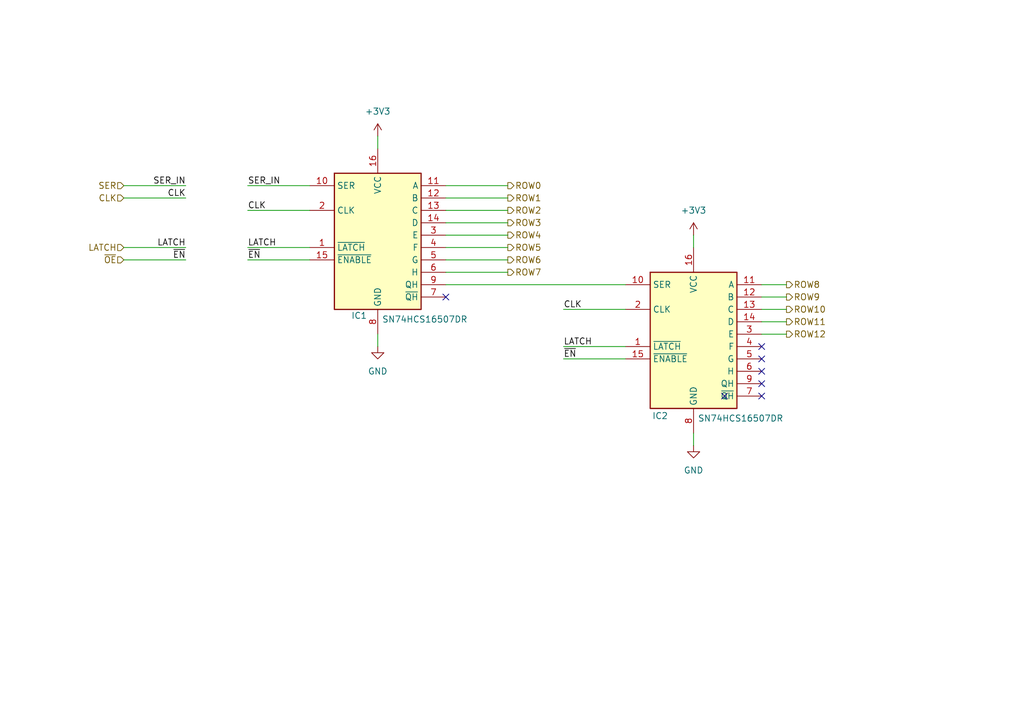
<source format=kicad_sch>
(kicad_sch (version 20231120) (generator "eeschema") (generator_version "8.0")
  (paper "A5")
  (lib_symbols
    (symbol "SN74HCS16507DR:SN74HCS16507DR"
      (property "Reference" "IC1" (at 10.16 -26.67 0))
      (property "Value" "SN74HCS16507DR" (at 23.622 -27.432 0))
      (symbol "SN74HCS16507DR_1_1"
        (rectangle (start 5.08 2.54) (end 22.86 -25.4) (stroke (width 0.254)) (fill (type background)))
        (pin passive line (at 0 -12.7 0) (length 5.08) (name "~{LATCH}") (number "1"))
        (pin passive line (at 0 0 0) (length 5.08) (name "SER") (number "10"))
        (pin passive line (at 27.94 0 180) (length 5.08) (name "A") (number "11"))
        (pin passive line (at 27.94 -2.54 180) (length 5.08) (name "B") (number "12"))
        (pin passive line (at 27.94 -5.08 180) (length 5.08) (name "C") (number "13"))
        (pin passive line (at 27.94 -7.62 180) (length 5.08) (name "D") (number "14"))
        (pin passive line (at 0 -15.24 0) (length 5.08) (name "~{ENABLE}") (number "15"))
        (pin passive line (at 13.97 7.62 270) (length 5.08) (name "VCC") (number "16"))
        (pin passive line (at 0 -5.08 0) (length 5.08) (name "CLK") (number "2"))
        (pin passive line (at 27.94 -10.16 180) (length 5.08) (name "E") (number "3"))
        (pin passive line (at 27.94 -12.7 180) (length 5.08) (name "F") (number "4"))
        (pin passive line (at 27.94 -15.24 180) (length 5.08) (name "G") (number "5"))
        (pin passive line (at 27.94 -17.78 180) (length 5.08) (name "H") (number "6"))
        (pin passive line (at 27.94 -22.86 180) (length 5.08) (name "~{QH}") (number "7"))
        (pin passive line (at 13.97 -30.48 90) (length 5.08) (name "GND") (number "8"))
        (pin passive line (at 27.94 -20.32 180) (length 5.08) (name "QH") (number "9"))
      )
    )
    (symbol "power:+3V3" (power) (pin_numbers hide) (pin_names (offset 0) hide)
      (property "Value" "+3V3" (at 0 3.556 0))
      (symbol "+3V3_0_1"
        (polyline (pts (xy -0.762 1.27) (xy 0 2.54)))
        (polyline (pts (xy 0 0) (xy 0 2.54)))
        (polyline (pts (xy 0 2.54) (xy 0.762 1.27)))
      )
      (symbol "+3V3_1_1"
        (pin power_in line (at 0 0 90) (length 0) (name "~") (number "1"))
      )
    )
    (symbol "power:GND" (power) (pin_numbers hide) (pin_names (offset 0) hide)
      (property "Value" "GND" (at 0 -3.81 0))
      (symbol "GND_0_1"
        (polyline (pts (xy 0 0) (xy 0 -1.27) (xy 1.27 -1.27) (xy 0 -2.54) (xy -1.27 -1.27) (xy 0 -1.27)))
      )
      (symbol "GND_1_1"
        (pin power_in line (at 0 0 270) (length 0) (name "~") (number "1"))
      )
    )
  )
  (no_connect (at 156.21 78.74))
  (no_connect (at 91.44 60.96))
  (no_connect (at 156.21 73.66))
  (no_connect (at 148.59 81.28))
  (no_connect (at 156.21 81.28))
  (no_connect (at 156.21 76.2))
  (no_connect (at 156.21 71.12))
  (wire (pts (xy 25.4 40.64) (xy 38.1 40.64)))
  (wire (pts (xy 128.27 73.66) (xy 115.57 73.66)))
  (wire (pts (xy 91.44 48.26) (xy 104.14 48.26)))
  (wire (pts (xy 91.44 50.8) (xy 104.14 50.8)))
  (wire (pts (xy 63.5 50.8) (xy 50.8 50.8)))
  (wire (pts (xy 142.24 48.26) (xy 142.24 50.8)))
  (wire (pts (xy 91.44 40.64) (xy 104.14 40.64)))
  (wire (pts (xy 91.44 53.34) (xy 104.14 53.34)))
  (wire (pts (xy 25.4 53.34) (xy 38.1 53.34)))
  (wire (pts (xy 156.21 68.58) (xy 161.29 68.58)))
  (wire (pts (xy 128.27 71.12) (xy 115.57 71.12)))
  (wire (pts (xy 156.21 63.5) (xy 161.29 63.5)))
  (wire (pts (xy 91.44 38.1) (xy 104.14 38.1)))
  (wire (pts (xy 91.44 45.72) (xy 104.14 45.72)))
  (wire (pts (xy 142.24 88.9) (xy 142.24 91.44)))
  (wire (pts (xy 63.5 53.34) (xy 50.8 53.34)))
  (wire (pts (xy 77.47 27.94) (xy 77.47 30.48)))
  (wire (pts (xy 25.4 38.1) (xy 38.1 38.1)))
  (wire (pts (xy 63.5 38.1) (xy 50.8 38.1)))
  (wire (pts (xy 63.5 43.18) (xy 50.8 43.18)))
  (wire (pts (xy 91.44 43.18) (xy 104.14 43.18)))
  (wire (pts (xy 77.47 68.58) (xy 77.47 71.12)))
  (wire (pts (xy 156.21 60.96) (xy 161.29 60.96)))
  (wire (pts (xy 156.21 58.42) (xy 161.29 58.42)))
  (wire (pts (xy 128.27 63.5) (xy 115.57 63.5)))
  (wire (pts (xy 156.21 66.04) (xy 161.29 66.04)))
  (wire (pts (xy 91.44 58.42) (xy 128.27 58.42)))
  (wire (pts (xy 25.4 50.8) (xy 38.1 50.8)))
  (wire (pts (xy 91.44 55.88) (xy 104.14 55.88)))
  (label "LATCH" (at 50.8 50.8 0))
  (label "LATCH" (at 115.57 71.12 0))
  (label "~{EN}" (at 38.1 53.34 180))
  (label "~{EN}" (at 50.8 53.34 0))
  (label "CLK" (at 115.57 63.5 0))
  (label "SER_IN" (at 50.8 38.1 0))
  (label "~{EN}" (at 115.57 73.66 0))
  (label "CLK" (at 50.8 43.18 0))
  (label "SER_IN" (at 38.1 38.1 180))
  (label "CLK" (at 38.1 40.64 180))
  (label "LATCH" (at 38.1 50.8 180))
  (hierarchical_label "ROW12" (shape output) (at 161.29 68.58 0))
  (hierarchical_label "ROW4" (shape output) (at 104.14 48.26 0))
  (hierarchical_label "ROW9" (shape output) (at 161.29 60.96 0))
  (hierarchical_label "ROW10" (shape output) (at 161.29 63.5 0))
  (hierarchical_label "~{OE}" (shape input) (at 25.4 53.34 180))
  (hierarchical_label "ROW3" (shape output) (at 104.14 45.72 0))
  (hierarchical_label "SER" (shape input) (at 25.4 38.1 180))
  (hierarchical_label "LATCH" (shape input) (at 25.4 50.8 180))
  (hierarchical_label "ROW0" (shape output) (at 104.14 38.1 0))
  (hierarchical_label "ROW11" (shape output) (at 161.29 66.04 0))
  (hierarchical_label "ROW7" (shape output) (at 104.14 55.88 0))
  (hierarchical_label "CLK" (shape input) (at 25.4 40.64 180))
  (hierarchical_label "ROW2" (shape output) (at 104.14 43.18 0))
  (hierarchical_label "ROW1" (shape output) (at 104.14 40.64 0))
  (hierarchical_label "ROW6" (shape output) (at 104.14 53.34 0))
  (hierarchical_label "ROW5" (shape output) (at 104.14 50.8 0))
  (hierarchical_label "ROW8" (shape output) (at 161.29 58.42 0))
  (symbol (lib_id "power:GND") (at 142.24 91.44 0) (unit 1)
    (property "Reference" "#PWR038" (effects (hide yes)))
    (property "Value" "GND" (at 142.24 96.52 0))
    (property "Description" "Power symbol creates a global label with name \"GND\" , ground" (effects (hide yes)))
  )
  (symbol (lib_id "power:+3V3") (at 77.47 27.94 0) (unit 1)
    (property "Reference" "#PWR057" (effects (hide yes)))
    (property "Value" "+3V3" (at 77.47 22.86 0))
    (property "Description" "Power symbol creates a global label with name \"+3V3\"" (effects (hide yes)))
  )
  (symbol (lib_id "SN74HCS16507DR:SN74HCS16507DR") (at 128.27 58.42 0) (unit 1)
    (property "Reference" "IC2" (at 135.382 85.344 0))
    (property "Value" "SN74HCS16507DR" (at 151.892 85.852 0))
    (property "Footprint" "SOIC127P600X175-16N" (effects (hide yes)))
    (property "Datasheet" "https://www.ti.com/lit/ds/symlink/sn74hcs16507.pdf?ts=1623235804737&ref_url=https%253A%252F%252Fwww.ti.com%252Fstore%252Fti%252Fen%252Fp%252Fproduct%252F%253Fp%253DSN74HCS16507DR" (effects (hide yes)))
    (property "Description" "SN74HCS16507 8 Bit Parallel Load Shift Registers with Open Drain Outputs" (effects (hide yes)))
    (property "Height" "1.75" (effects (hide yes)))
    (property "Mouser Part Number" "595-SN74HCS16507DR" (effects (hide yes)))
    (property "Mouser Price/Stock" "https://www.mouser.co.uk/ProductDetail/Texas-Instruments/SN74HCS16507DR?qs=81r%252BiQLm7BSAtyUMtCoHFQ%3D%3D" (effects (hide yes)))
    (property "Manufacturer_Name" "Texas Instruments" (effects (hide yes)))
    (property "Manufacturer_Part_Number" "SN74HCS16507DR" (effects (hide yes)))
    (property "MFR" "SN74HCS16507DR" (effects (hide yes)))
    (property "MOUSER" "595-SN74HCS16507DR " (effects (hide yes)))
  )
  (symbol (lib_id "SN74HCS16507DR:SN74HCS16507DR") (at 63.5 38.1 0) (unit 1)
    (property "Reference" "IC1" (at 73.66 64.77 0))
    (property "Value" "SN74HCS16507DR" (at 87.122 65.532 0))
    (property "Footprint" "SOIC127P600X175-16N" (effects (hide yes)))
    (property "Datasheet" "https://www.ti.com/lit/ds/symlink/sn74hcs16507.pdf?ts=1623235804737&ref_url=https%253A%252F%252Fwww.ti.com%252Fstore%252Fti%252Fen%252Fp%252Fproduct%252F%253Fp%253DSN74HCS16507DR" (effects (hide yes)))
    (property "Description" "SN74HCS16507 8 Bit Parallel Load Shift Registers with Open Drain Outputs" (effects (hide yes)))
    (property "Height" "1.75" (effects (hide yes)))
    (property "Mouser Part Number" "595-SN74HCS16507DR" (effects (hide yes)))
    (property "Mouser Price/Stock" "https://www.mouser.co.uk/ProductDetail/Texas-Instruments/SN74HCS16507DR?qs=81r%252BiQLm7BSAtyUMtCoHFQ%3D%3D" (effects (hide yes)))
    (property "Manufacturer_Name" "Texas Instruments" (effects (hide yes)))
    (property "Manufacturer_Part_Number" "SN74HCS16507DR" (effects (hide yes)))
    (property "MFR" "SN74HCS16507DR" (effects (hide yes)))
    (property "MOUSER" "595-SN74HCS16507DR " (effects (hide yes)))
  )
  (symbol (lib_id "power:GND") (at 77.47 71.12 0) (unit 1)
    (property "Reference" "#PWR037" (effects (hide yes)))
    (property "Value" "GND" (at 77.47 76.2 0))
    (property "Description" "Power symbol creates a global label with name \"GND\" , ground" (effects (hide yes)))
  )
  (symbol (lib_id "power:+3V3") (at 142.24 48.26 0) (unit 1)
    (property "Reference" "#PWR058" (effects (hide yes)))
    (property "Value" "+3V3" (at 142.24 43.18 0))
    (property "Description" "Power symbol creates a global label with name \"+3V3\"" (effects (hide yes)))
  )
)
</source>
